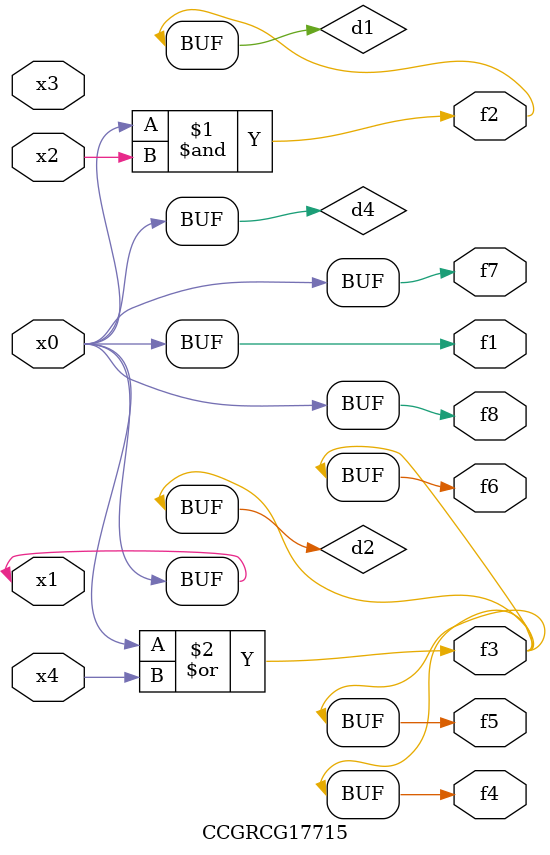
<source format=v>
module CCGRCG17715(
	input x0, x1, x2, x3, x4,
	output f1, f2, f3, f4, f5, f6, f7, f8
);

	wire d1, d2, d3, d4;

	and (d1, x0, x2);
	or (d2, x0, x4);
	nand (d3, x0, x2);
	buf (d4, x0, x1);
	assign f1 = d4;
	assign f2 = d1;
	assign f3 = d2;
	assign f4 = d2;
	assign f5 = d2;
	assign f6 = d2;
	assign f7 = d4;
	assign f8 = d4;
endmodule

</source>
